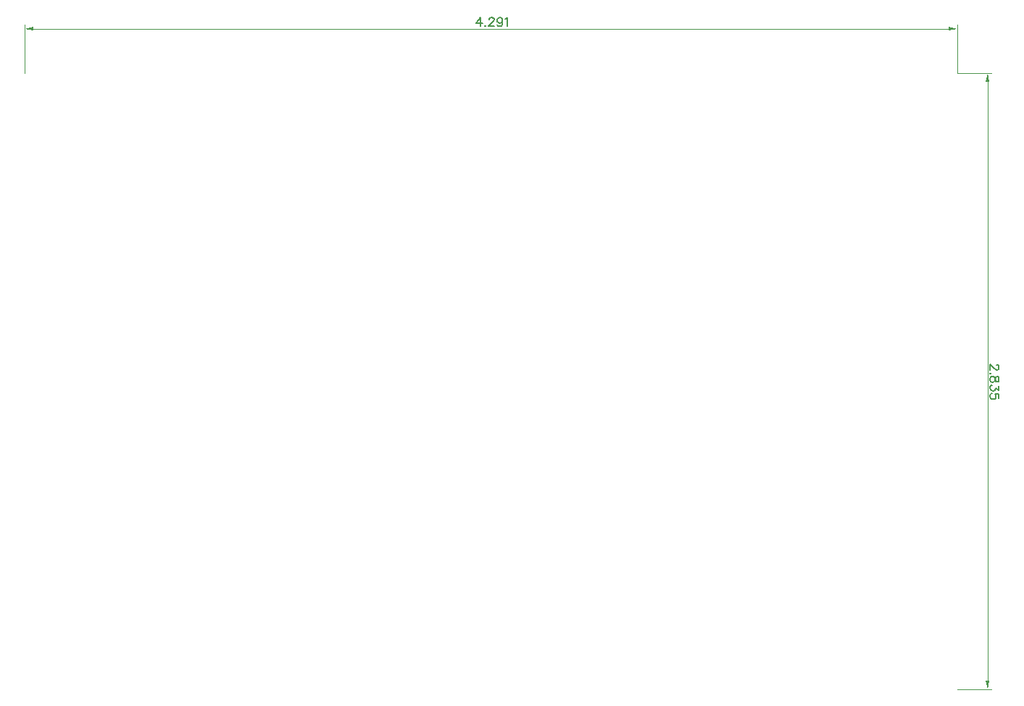
<source format=gbr>
%TF.GenerationSoftware,Novarm,DipTrace,3.3.0.1*%
%TF.CreationDate,2018-11-14T10:14:48-08:00*%
%FSLAX26Y26*%
%MOIN*%
%TF.FileFunction,Drawing,Top*%
%TF.Part,Single*%
%ADD14C,0.001378*%
%ADD149C,0.006176*%
G75*
G01*
%LPD*%
X393700Y3228346D2*
D14*
Y3452755D1*
X4685039Y3228346D2*
Y3452755D1*
X2539369Y3433070D2*
X433070D1*
G36*
X393700D2*
X433070Y3440944D1*
Y3425196D1*
X393700Y3433070D1*
G37*
X2539369D2*
D14*
X4645669D1*
G36*
X4685039D2*
X4645669Y3425196D1*
Y3440944D1*
X4685039Y3433070D1*
G37*
Y3228346D2*
D14*
X4842519D1*
X4685039Y393700D2*
X4842519D1*
X4822834Y1811023D2*
Y3188976D1*
G36*
Y3228346D2*
X4830708Y3188976D1*
X4814960D1*
X4822834Y3228346D1*
G37*
Y1811023D2*
D14*
Y433070D1*
G36*
Y393700D2*
X4814960Y433070D1*
X4830708D1*
X4822834Y393700D1*
G37*
X2489987Y3445281D2*
D149*
Y3485429D1*
X2470842Y3458678D1*
X2499538D1*
X2513790Y3449128D2*
X2511889Y3447182D1*
X2513790Y3445281D1*
X2515736Y3447182D1*
X2513790Y3449128D1*
X2530033Y3475878D2*
Y3477779D1*
X2531934Y3481626D1*
X2533835Y3483527D1*
X2537682Y3485429D1*
X2545331D1*
X2549134Y3483527D1*
X2551035Y3481626D1*
X2552980Y3477779D1*
Y3473977D1*
X2551035Y3470130D1*
X2547232Y3464426D1*
X2528087Y3445281D1*
X2554882D1*
X2592127Y3472076D2*
X2590181Y3466327D1*
X2586378Y3462481D1*
X2580630Y3460579D1*
X2578729D1*
X2572981Y3462481D1*
X2569179Y3466327D1*
X2567233Y3472076D1*
Y3473977D1*
X2569179Y3479725D1*
X2572981Y3483527D1*
X2578729Y3485429D1*
X2580630D1*
X2586378Y3483527D1*
X2590181Y3479725D1*
X2592127Y3472076D1*
Y3462481D1*
X2590181Y3452930D1*
X2586378Y3447182D1*
X2580630Y3445281D1*
X2576828D1*
X2571080Y3447182D1*
X2569179Y3451029D1*
X2604478Y3477779D2*
X2608325Y3479725D1*
X2614073Y3485429D1*
Y3445281D1*
X4865642Y1886183D2*
X4867543D1*
X4871390Y1884282D1*
X4873291Y1882380D1*
X4875192Y1878534D1*
Y1870884D1*
X4873291Y1867082D1*
X4871390Y1865180D1*
X4867543Y1863235D1*
X4863741D1*
X4859894Y1865180D1*
X4854190Y1868983D1*
X4835045Y1888128D1*
Y1861334D1*
X4838891Y1847081D2*
X4836946Y1848982D1*
X4835045Y1847081D1*
X4836946Y1845136D1*
X4838891Y1847081D1*
X4875192Y1823234D2*
X4873291Y1828937D1*
X4869489Y1830883D1*
X4865642D1*
X4861839Y1828937D1*
X4859894Y1825135D1*
X4857993Y1817486D1*
X4856091Y1811738D1*
X4852244Y1807935D1*
X4848442Y1806034D1*
X4842694D1*
X4838891Y1807935D1*
X4836946Y1809836D1*
X4835045Y1815584D1*
Y1823234D1*
X4836946Y1828937D1*
X4838891Y1830883D1*
X4842694Y1832784D1*
X4848442D1*
X4852244Y1830883D1*
X4856091Y1827036D1*
X4857993Y1821332D1*
X4859894Y1813683D1*
X4861839Y1809836D1*
X4865642Y1807935D1*
X4869489D1*
X4873291Y1809836D1*
X4875192Y1815584D1*
Y1823234D1*
Y1789836D2*
Y1768833D1*
X4859894Y1780285D1*
Y1774537D1*
X4857993Y1770734D1*
X4856091Y1768833D1*
X4850343Y1766888D1*
X4846541D1*
X4840793Y1768833D1*
X4836946Y1772636D1*
X4835045Y1778384D1*
Y1784132D1*
X4836946Y1789836D1*
X4838891Y1791737D1*
X4842694Y1793682D1*
X4875192Y1731588D2*
Y1750689D1*
X4857993Y1752591D1*
X4859894Y1750689D1*
X4861839Y1744941D1*
Y1739238D1*
X4859894Y1733490D1*
X4856091Y1729643D1*
X4850343Y1727742D1*
X4846541D1*
X4840793Y1729643D1*
X4836946Y1733490D1*
X4835045Y1739238D1*
Y1744941D1*
X4836946Y1750689D1*
X4838891Y1752591D1*
X4842694Y1754536D1*
M02*

</source>
